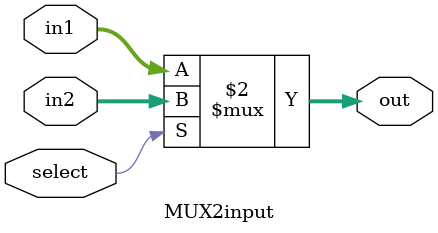
<source format=v>
module MUX2input #(parameter busSIZE=5) (input [busSIZE-1:0] in1, in2, input select, output [busSIZE-1:0] out);
	assign out = select == 1'b0 ? in1 : in2;
endmodule 
</source>
